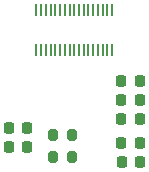
<source format=gbp>
G04 #@! TF.GenerationSoftware,KiCad,Pcbnew,7.0.8*
G04 #@! TF.CreationDate,2024-06-18T02:31:12+01:00*
G04 #@! TF.ProjectId,eMMC_V3.5.2_0603,654d4d43-5f56-4332-9e35-2e325f303630,rev?*
G04 #@! TF.SameCoordinates,Original*
G04 #@! TF.FileFunction,Paste,Bot*
G04 #@! TF.FilePolarity,Positive*
%FSLAX46Y46*%
G04 Gerber Fmt 4.6, Leading zero omitted, Abs format (unit mm)*
G04 Created by KiCad (PCBNEW 7.0.8) date 2024-06-18 02:31:12*
%MOMM*%
%LPD*%
G01*
G04 APERTURE LIST*
G04 Aperture macros list*
%AMRoundRect*
0 Rectangle with rounded corners*
0 $1 Rounding radius*
0 $2 $3 $4 $5 $6 $7 $8 $9 X,Y pos of 4 corners*
0 Add a 4 corners polygon primitive as box body*
4,1,4,$2,$3,$4,$5,$6,$7,$8,$9,$2,$3,0*
0 Add four circle primitives for the rounded corners*
1,1,$1+$1,$2,$3*
1,1,$1+$1,$4,$5*
1,1,$1+$1,$6,$7*
1,1,$1+$1,$8,$9*
0 Add four rect primitives between the rounded corners*
20,1,$1+$1,$2,$3,$4,$5,0*
20,1,$1+$1,$4,$5,$6,$7,0*
20,1,$1+$1,$6,$7,$8,$9,0*
20,1,$1+$1,$8,$9,$2,$3,0*%
G04 Aperture macros list end*
%ADD10RoundRect,0.200000X-0.200000X-0.275000X0.200000X-0.275000X0.200000X0.275000X-0.200000X0.275000X0*%
%ADD11R,0.230000X1.000000*%
%ADD12RoundRect,0.225000X0.225000X0.250000X-0.225000X0.250000X-0.225000X-0.250000X0.225000X-0.250000X0*%
%ADD13RoundRect,0.200000X0.200000X0.275000X-0.200000X0.275000X-0.200000X-0.275000X0.200000X-0.275000X0*%
G04 APERTURE END LIST*
D10*
G04 #@! TO.C,R1*
X105845000Y-58080000D03*
X107495000Y-58080000D03*
G04 #@! TD*
D11*
G04 #@! TO.C,BTB*
X104480000Y-45660000D03*
X104880000Y-45660000D03*
X105280000Y-45660000D03*
X105680000Y-45660000D03*
X106080000Y-45660000D03*
X106480000Y-45660000D03*
X106880000Y-45660000D03*
X107280000Y-45660000D03*
X107680000Y-45660000D03*
X108080000Y-45660000D03*
X108480000Y-45660000D03*
X108880000Y-45660000D03*
X109280000Y-45660000D03*
X109680000Y-45660000D03*
X110080000Y-45660000D03*
X110480000Y-45660000D03*
X110880000Y-45660000D03*
X110880000Y-49060000D03*
X110480000Y-49060000D03*
X110080000Y-49060000D03*
X109680000Y-49060000D03*
X109280000Y-49060000D03*
X108880000Y-49060000D03*
X108480000Y-49060000D03*
X108080000Y-49060000D03*
X107680000Y-49060000D03*
X107280000Y-49060000D03*
X106880000Y-49060000D03*
X106480000Y-49060000D03*
X106080000Y-49060000D03*
X105680000Y-49060000D03*
X105280000Y-49060000D03*
X104880000Y-49060000D03*
X104480000Y-49060000D03*
G04 #@! TD*
D12*
G04 #@! TO.C,C5*
X113235000Y-58560000D03*
X111685000Y-58560000D03*
G04 #@! TD*
G04 #@! TO.C,C7*
X103695000Y-57280000D03*
X102145000Y-57280000D03*
G04 #@! TD*
D13*
G04 #@! TO.C,R2*
X107495000Y-56230000D03*
X105845000Y-56230000D03*
G04 #@! TD*
D12*
G04 #@! TO.C,C2*
X113225000Y-53300000D03*
X111675000Y-53300000D03*
G04 #@! TD*
G04 #@! TO.C,C6*
X103695000Y-55660000D03*
X102145000Y-55660000D03*
G04 #@! TD*
G04 #@! TO.C,C1*
X113225000Y-51710000D03*
X111675000Y-51710000D03*
G04 #@! TD*
G04 #@! TO.C,C4*
X113225000Y-56950000D03*
X111675000Y-56950000D03*
G04 #@! TD*
G04 #@! TO.C,C3*
X113225000Y-54900000D03*
X111675000Y-54900000D03*
G04 #@! TD*
M02*

</source>
